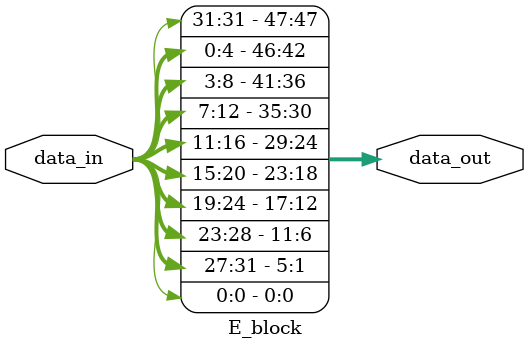
<source format=v>
module E_block(
input [0 : 31] data_in,
output [0 : 47] data_out);

assign data_out [0] = data_in [31];
assign data_out [1] = data_in [0];
assign data_out [2] = data_in [1];
assign data_out [3] = data_in [2];
assign data_out [4] = data_in [3];
assign data_out [5] = data_in [4];

assign data_out [6] = data_in [3];
assign data_out [7] = data_in [4];
assign data_out [8] = data_in [5];
assign data_out [9] = data_in [6];
assign data_out [10] = data_in [7];
assign data_out [11] = data_in [8];

assign data_out [12] = data_in [7];
assign data_out [13] = data_in [8];
assign data_out [14] = data_in [9];
assign data_out [15] = data_in [10];
assign data_out [16] = data_in [11];
assign data_out [17] = data_in [12];

assign data_out [18] = data_in [11];
assign data_out [19] = data_in [12];
assign data_out [20] = data_in [13];
assign data_out [21] = data_in [14];
assign data_out [22] = data_in [15];
assign data_out [23] = data_in [16];

assign data_out [24] = data_in [15];
assign data_out [25] = data_in [16];
assign data_out [26] = data_in [17];
assign data_out [27] = data_in [18];
assign data_out [28] = data_in [19];
assign data_out [29] = data_in [20];

assign data_out [30] = data_in [19];
assign data_out [31] = data_in [20];
assign data_out [32] = data_in [21];
assign data_out [33] = data_in [22];
assign data_out [34] = data_in [23];
assign data_out [35] = data_in [24];

assign data_out [36] = data_in [23];
assign data_out [37] = data_in [24];
assign data_out [38] = data_in [25];
assign data_out [39] = data_in [26];
assign data_out [40] = data_in [27];
assign data_out [41] = data_in [28];

assign data_out [42] = data_in [27];
assign data_out [43] = data_in [28];
assign data_out [44] = data_in [29];
assign data_out [45] = data_in [30];
assign data_out [46] = data_in [31];
assign data_out [47] = data_in [0];
                 
endmodule        
</source>
